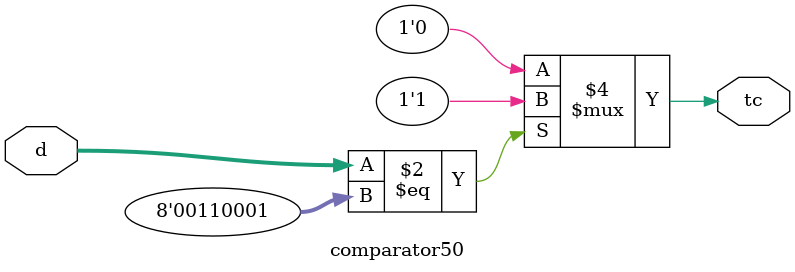
<source format=v>
module comparator50 (
    input  wire [7:0] d,        // 8-bit input
    output reg        tc  // 1 if d == 0
);

    always @(*) begin
        if (d == 8'd49)
            tc = 1'b1;   // all bits zero
        else
            tc = 1'b0;   // at least one bit is 1
    end

endmodule

</source>
